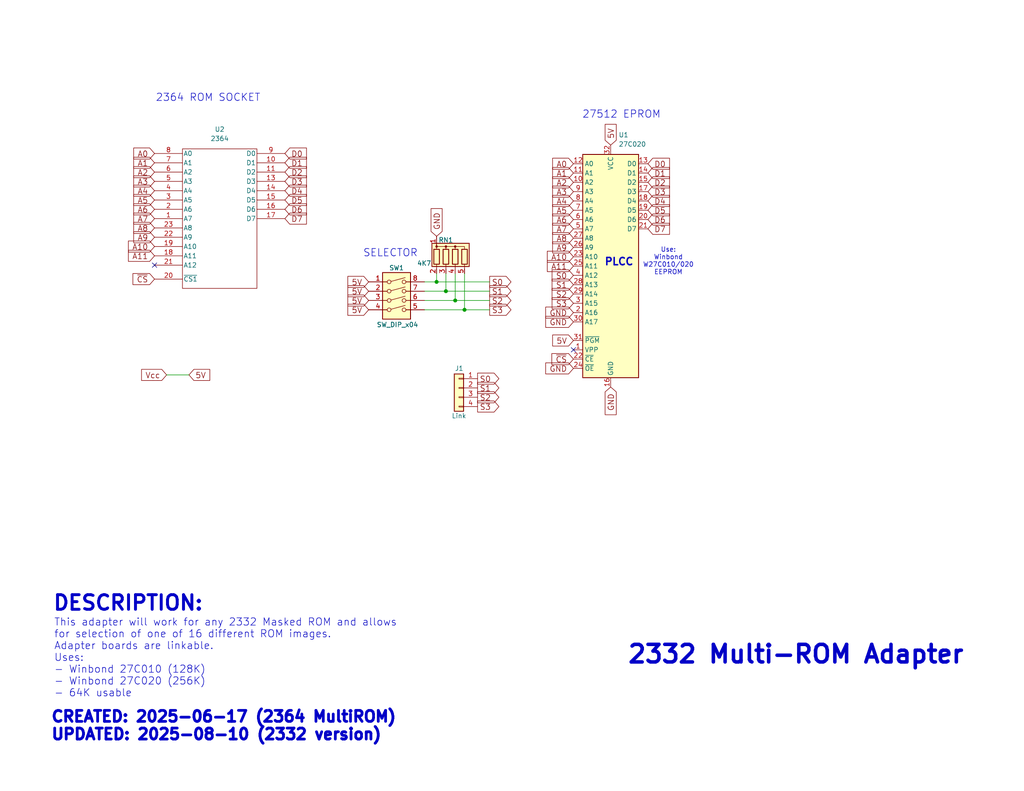
<source format=kicad_sch>
(kicad_sch (version 20250114) (generator "eeschema") (generator_version "9.0")
  (paper "USLetter")
  (title_block (title "2332 Multi-ROM Adapter (PLCC)") (date "2025-08-10") (rev "1.0") (company "Steve J. Gray"))
  (lib_symbols
    (symbol "Connector_Generic:Conn_01x04" (pin_names (offset 1.016) (hide yes))
      (property "Reference" "J" (at 0 5.08 0))
      (property "Value" "Conn_01x04" (at 0 -7.62 0))
      (symbol "Conn_01x04_1_1"
        (rectangle (start -1.27 3.81) (end 1.27 -6.35) (stroke (width 0.254)) (fill (type background)))
        (rectangle (start -1.27 2.667) (end 0 2.413) (stroke (width 0.1524)))
        (rectangle (start -1.27 0.127) (end 0 -0.127) (stroke (width 0.1524)))
        (rectangle (start -1.27 -2.413) (end 0 -2.667) (stroke (width 0.1524)))
        (rectangle (start -1.27 -4.953) (end 0 -5.207) (stroke (width 0.1524)))
        (pin passive line (at -5.08 2.54 0) (length 3.81) (name "Pin_1") (number "1"))
        (pin passive line (at -5.08 0 0) (length 3.81) (name "Pin_2") (number "2"))
        (pin passive line (at -5.08 -2.54 0) (length 3.81) (name "Pin_3") (number "3"))
        (pin passive line (at -5.08 -5.08 0) (length 3.81) (name "Pin_4") (number "4"))
      )
    )
    (symbol "Device:R_Network04" (pin_names (offset 0) (hide yes))
      (property "Reference" "RN" (at -7.62 0 90))
      (property "Value" "R_Network04" (at 5.08 0 90))
      (symbol "R_Network04_0_1"
        (rectangle (start -6.35 -3.175) (end 3.81 3.175) (stroke (width 0.254)) (fill (type background)))
        (rectangle (start -5.842 1.524) (end -4.318 -2.54) (stroke (width 0.254)))
        (circle (center -5.08 2.286) (radius 0.254) (fill (type outline)))
        (polyline (pts (xy -5.08 1.524) (xy -5.08 2.286) (xy -2.54 2.286) (xy -2.54 1.524)))
        (polyline (pts (xy -5.08 -2.54) (xy -5.08 -3.81)))
        (rectangle (start -3.302 1.524) (end -1.778 -2.54) (stroke (width 0.254)))
        (circle (center -2.54 2.286) (radius 0.254) (fill (type outline)))
        (polyline (pts (xy -2.54 1.524) (xy -2.54 2.286) (xy 0 2.286) (xy 0 1.524)))
        (polyline (pts (xy -2.54 -2.54) (xy -2.54 -3.81)))
        (rectangle (start -0.762 1.524) (end 0.762 -2.54) (stroke (width 0.254)))
        (circle (center 0 2.286) (radius 0.254) (fill (type outline)))
        (polyline (pts (xy 0 1.524) (xy 0 2.286) (xy 2.54 2.286) (xy 2.54 1.524)))
        (polyline (pts (xy 0 -2.54) (xy 0 -3.81)))
        (rectangle (start 1.778 1.524) (end 3.302 -2.54) (stroke (width 0.254)))
        (polyline (pts (xy 2.54 -2.54) (xy 2.54 -3.81)))
      )
      (symbol "R_Network04_1_1"
        (pin passive line (at -5.08 5.08 270) (length 2.54) (name "common") (number "1"))
        (pin passive line (at -5.08 -5.08 90) (length 1.27) (name "R1") (number "2"))
        (pin passive line (at -2.54 -5.08 90) (length 1.27) (name "R2") (number "3"))
        (pin passive line (at 0 -5.08 90) (length 1.27) (name "R3") (number "4"))
        (pin passive line (at 2.54 -5.08 90) (length 1.27) (name "R4") (number "5"))
      )
    )
    (symbol "Memory_EPROM:27C020"
      (property "Reference" "U" (at -7.62 31.75 0))
      (property "Value" "27C020" (at 2.54 -31.75 0))
      (symbol "27C020_1_1"
        (rectangle (start -7.62 30.48) (end 7.62 -30.48) (stroke (width 0.254)) (fill (type background)))
        (pin input line (at -10.16 27.94 0) (length 2.54) (name "A0") (number "12"))
        (pin input line (at -10.16 25.4 0) (length 2.54) (name "A1") (number "11"))
        (pin input line (at -10.16 22.86 0) (length 2.54) (name "A2") (number "10"))
        (pin input line (at -10.16 20.32 0) (length 2.54) (name "A3") (number "9"))
        (pin input line (at -10.16 17.78 0) (length 2.54) (name "A4") (number "8"))
        (pin input line (at -10.16 15.24 0) (length 2.54) (name "A5") (number "7"))
        (pin input line (at -10.16 12.7 0) (length 2.54) (name "A6") (number "6"))
        (pin input line (at -10.16 10.16 0) (length 2.54) (name "A7") (number "5"))
        (pin input line (at -10.16 7.62 0) (length 2.54) (name "A8") (number "27"))
        (pin input line (at -10.16 5.08 0) (length 2.54) (name "A9") (number "26"))
        (pin input line (at -10.16 2.54 0) (length 2.54) (name "A10") (number "23"))
        (pin input line (at -10.16 0 0) (length 2.54) (name "A11") (number "25"))
        (pin input line (at -10.16 -2.54 0) (length 2.54) (name "A12") (number "4"))
        (pin input line (at -10.16 -5.08 0) (length 2.54) (name "A13") (number "28"))
        (pin input line (at -10.16 -7.62 0) (length 2.54) (name "A14") (number "29"))
        (pin input line (at -10.16 -10.16 0) (length 2.54) (name "A15") (number "3"))
        (pin input line (at -10.16 -12.7 0) (length 2.54) (name "A16") (number "2"))
        (pin input line (at -10.16 -15.24 0) (length 2.54) (name "A17") (number "30"))
        (pin input line (at -10.16 -20.32 0) (length 2.54) (name "~{PGM}") (number "31"))
        (pin input line (at -10.16 -22.86 0) (length 2.54) (name "VPP") (number "1"))
        (pin input line (at -10.16 -25.4 0) (length 2.54) (name "~{CE}") (number "22"))
        (pin input line (at -10.16 -27.94 0) (length 2.54) (name "~{OE}") (number "24"))
        (pin power_in line (at 0 33.02 270) (length 2.54) (name "VCC") (number "32"))
        (pin power_in line (at 0 -33.02 90) (length 2.54) (name "GND") (number "16"))
        (pin tri_state line (at 10.16 27.94 180) (length 2.54) (name "D0") (number "13"))
        (pin tri_state line (at 10.16 25.4 180) (length 2.54) (name "D1") (number "14"))
        (pin tri_state line (at 10.16 22.86 180) (length 2.54) (name "D2") (number "15"))
        (pin tri_state line (at 10.16 20.32 180) (length 2.54) (name "D3") (number "17"))
        (pin tri_state line (at 10.16 17.78 180) (length 2.54) (name "D4") (number "18"))
        (pin tri_state line (at 10.16 15.24 180) (length 2.54) (name "D5") (number "19"))
        (pin tri_state line (at 10.16 12.7 180) (length 2.54) (name "D6") (number "20"))
        (pin tri_state line (at 10.16 10.16 180) (length 2.54) (name "D7") (number "21"))
      )
    )
    (symbol "Switch:SW_DIP_x04" (pin_names (offset 0) (hide yes))
      (property "Reference" "SW" (at 0 8.89 0))
      (property "Value" "SW_DIP_x04" (at 0 -6.35 0))
      (symbol "SW_DIP_x04_0_0"
        (circle (center -2.032 5.08) (radius 0.508))
        (circle (center -2.032 2.54) (radius 0.508))
        (circle (center -2.032 0) (radius 0.508))
        (circle (center -2.032 -2.54) (radius 0.508))
        (polyline (pts (xy -1.524 5.207) (xy 2.3622 6.2484)))
        (polyline (pts (xy -1.524 2.667) (xy 2.3622 3.7084)))
        (polyline (pts (xy -1.524 0.127) (xy 2.3622 1.1684)))
        (polyline (pts (xy -1.524 -2.3876) (xy 2.3622 -1.3462)))
        (circle (center 2.032 5.08) (radius 0.508))
        (circle (center 2.032 2.54) (radius 0.508))
        (circle (center 2.032 0) (radius 0.508))
        (circle (center 2.032 -2.54) (radius 0.508))
      )
      (symbol "SW_DIP_x04_0_1"
        (rectangle (start -3.81 7.62) (end 3.81 -5.08) (stroke (width 0.254)) (fill (type background)))
      )
      (symbol "SW_DIP_x04_1_1"
        (pin passive line (at -7.62 5.08 0) (length 5.08) (name "~") (number "1"))
        (pin passive line (at -7.62 2.54 0) (length 5.08) (name "~") (number "2"))
        (pin passive line (at -7.62 0 0) (length 5.08) (name "~") (number "3"))
        (pin passive line (at -7.62 -2.54 0) (length 5.08) (name "~") (number "4"))
        (pin passive line (at 7.62 5.08 180) (length 5.08) (name "~") (number "8"))
        (pin passive line (at 7.62 2.54 180) (length 5.08) (name "~") (number "7"))
        (pin passive line (at 7.62 0 180) (length 5.08) (name "~") (number "6"))
        (pin passive line (at 7.62 -2.54 180) (length 5.08) (name "~") (number "5"))
      )
    )
    (symbol "cbm-steve:2364" (pin_names (offset 0.254))
      (property "Reference" "U" (at 0 1.524 0))
      (property "Value" "2364" (at 0 -2.032 0))
      (symbol "2364_0_0"
        (pin power_in line (at 0 20.32 270) (length 1.27) (hide yes) (name "Vcc") (number "24"))
        (pin power_in line (at 0 -20.32 90) (length 1.27) (hide yes) (name "GND") (number "12"))
      )
      (symbol "2364_0_1"
        (rectangle (start -10.16 19.05) (end 10.16 -19.05))
      )
      (symbol "2364_1_1"
        (pin input line (at -17.78 17.78 0) (length 7.62) (name "A0") (number "8"))
        (pin input line (at -17.78 15.24 0) (length 7.62) (name "A1") (number "7"))
        (pin input line (at -17.78 12.7 0) (length 7.62) (name "A2") (number "6"))
        (pin input line (at -17.78 10.16 0) (length 7.62) (name "A3") (number "5"))
        (pin input line (at -17.78 7.62 0) (length 7.62) (name "A4") (number "4"))
        (pin input line (at -17.78 5.08 0) (length 7.62) (name "A5") (number "3"))
        (pin input line (at -17.78 2.54 0) (length 7.62) (name "A6") (number "2"))
        (pin input line (at -17.78 0 0) (length 7.62) (name "A7") (number "1"))
        (pin input line (at -17.78 -2.54 0) (length 7.62) (name "A8") (number "23"))
        (pin input line (at -17.78 -5.08 0) (length 7.62) (name "A9") (number "22"))
        (pin input line (at -17.78 -7.62 0) (length 7.62) (name "A10") (number "19"))
        (pin input line (at -17.78 -10.16 0) (length 7.62) (name "A11") (number "18"))
        (pin input line (at -17.78 -12.7 0) (length 7.62) (name "A12") (number "21"))
        (pin input line (at -17.78 -16.51 0) (length 7.62) (name "~{CS1}") (number "20"))
        (pin output line (at 17.78 17.78 180) (length 7.62) (name "D0") (number "9"))
        (pin output line (at 17.78 15.24 180) (length 7.62) (name "D1") (number "10"))
        (pin output line (at 17.78 12.7 180) (length 7.62) (name "D2") (number "11"))
        (pin output line (at 17.78 10.16 180) (length 7.62) (name "D3") (number "13"))
        (pin output line (at 17.78 7.62 180) (length 7.62) (name "D4") (number "14"))
        (pin output line (at 17.78 5.08 180) (length 7.62) (name "D5") (number "15"))
        (pin tri_state line (at 17.78 2.54 180) (length 7.62) (name "D6") (number "16"))
        (pin tri_state line (at 17.78 0 180) (length 7.62) (name "D7") (number "17"))
      )
    )
  )
  (text "CREATED: 2025-06-17 (2364 MultiROM)\nUPDATED: 2025-08-10 (2332 version)" (at 13.716 202.438 0) (effects (font (size 3 3) (thickness 0.7976) (bold yes)) (justify left bottom)))
  (text "This adapter will work for any 2332 Masked ROM and allows\nfor selection of one of 16 different ROM images.\nAdapter boards are linkable.\nUses:\n- Winbond 27C010 (128K) \n- Winbond 27C020 (256K)\n- 64K usable\n" (at 14.732 190.5 0) (effects (font (size 2 2)) (justify left bottom)))
  (text "2364 ROM SOCKET" (at 71.12 27.94 0) (effects (font (size 2.0066 2.0066)) (justify right bottom)))
  (text "PLCC" (at 168.91 71.628 0) (effects (font (size 2 2) (thickness 0.4) (bold yes))))
  (text "Use:\nWinbond\nW27C010/020\nEEPROM" (at 182.372 71.374 0) (effects (font (size 1.27 1.27))))
  (text "27512 EPROM" (at 180.34 32.512 0) (effects (font (size 2.0066 2.0066)) (justify right bottom)))
  (text "SELECTOR" (at 114.046 70.358 0) (effects (font (size 2.0066 2.0066)) (justify right bottom)))
  (text "DESCRIPTION:" (at 14.224 167.132 0) (effects (font (size 3.9878 3.9878) (thickness 0.7976) (bold yes)) (justify left bottom)))
  (text "2332 Multi-ROM Adapter" (at 263.398 181.61 0) (effects (font (size 4.8006 4.8006) (thickness 0.9601) (bold yes)) (justify right bottom)))
  (junction (at 126.746 84.582))
  (junction (at 124.206 82.042))
  (junction (at 119.126 76.962))
  (junction (at 121.666 79.502))
  (no_connect (at 42.164 72.39))
  (no_connect (at -6.858 48.26))
  (no_connect (at 156.464 95.504))
  (wire (pts (xy 115.824 84.582) (xy 126.746 84.582)))
  (wire (pts (xy 124.206 74.676) (xy 124.206 82.042)))
  (wire (pts (xy 121.666 79.502) (xy 133.604 79.502)))
  (wire (pts (xy 126.746 84.582) (xy 133.604 84.582)))
  (wire (pts (xy 45.466 102.362) (xy 51.562 102.362)))
  (wire (pts (xy 115.824 76.962) (xy 119.126 76.962)))
  (wire (pts (xy 124.206 82.042) (xy 133.604 82.042)))
  (wire (pts (xy 121.666 74.676) (xy 121.666 79.502)))
  (wire (pts (xy 119.126 74.676) (xy 119.126 76.962)))
  (wire (pts (xy 126.746 74.676) (xy 126.746 84.582)))
  (wire (pts (xy 115.824 79.502) (xy 121.666 79.502)))
  (wire (pts (xy 115.824 82.042) (xy 124.206 82.042)))
  (wire (pts (xy 119.126 76.962) (xy 133.604 76.962)))
  (global_label "D5" (shape input) (at 77.724 54.61 0) (effects (font (size 1.524 1.524))) (property "Intersheetrefs" "${INTERSHEET_REFS}" (effects (hide yes))))
  (global_label "A3" (shape input) (at 156.464 52.324 180) (effects (font (size 1.524 1.524))) (property "Intersheetrefs" "${INTERSHEET_REFS}" (effects (hide yes))))
  (global_label "A11" (shape input) (at 156.464 72.644 180) (effects (font (size 1.524 1.524))) (property "Intersheetrefs" "${INTERSHEET_REFS}" (effects (hide yes))))
  (global_label "A8" (shape input) (at 156.464 65.024 180) (effects (font (size 1.524 1.524))) (property "Intersheetrefs" "${INTERSHEET_REFS}" (effects (hide yes))))
  (global_label "S1" (shape input) (at 156.464 77.724 180) (effects (font (size 1.524 1.524))) (property "Intersheetrefs" "${INTERSHEET_REFS}" (effects (hide yes))))
  (global_label "A2" (shape input) (at 42.164 46.99 180) (effects (font (size 1.524 1.524))) (property "Intersheetrefs" "${INTERSHEET_REFS}" (effects (hide yes))))
  (global_label "5V" (shape input) (at 100.584 84.582 180) (effects (font (size 1.524 1.524))) (property "Intersheetrefs" "${INTERSHEET_REFS}" (effects (hide yes))))
  (global_label "D1" (shape input) (at 176.784 47.244 0) (effects (font (size 1.524 1.524))) (property "Intersheetrefs" "${INTERSHEET_REFS}" (effects (hide yes))))
  (global_label "A4" (shape input) (at 156.464 54.864 180) (effects (font (size 1.524 1.524))) (property "Intersheetrefs" "${INTERSHEET_REFS}" (effects (hide yes))))
  (global_label "GND" (shape input) (at 166.624 105.664 270) (effects (font (size 1.524 1.524))) (property "Intersheetrefs" "${INTERSHEET_REFS}" (effects (hide yes))))
  (global_label "D6" (shape input) (at 176.784 59.944 0) (effects (font (size 1.524 1.524))) (property "Intersheetrefs" "${INTERSHEET_REFS}" (effects (hide yes))))
  (global_label "D5" (shape input) (at 176.784 57.404 0) (effects (font (size 1.524 1.524))) (property "Intersheetrefs" "${INTERSHEET_REFS}" (effects (hide yes))))
  (global_label "D2" (shape input) (at 176.784 49.784 0) (effects (font (size 1.524 1.524))) (property "Intersheetrefs" "${INTERSHEET_REFS}" (effects (hide yes))))
  (global_label "5V" (shape input) (at 100.584 82.042 180) (effects (font (size 1.524 1.524))) (property "Intersheetrefs" "${INTERSHEET_REFS}" (effects (hide yes))))
  (global_label "A0" (shape input) (at 156.464 44.704 180) (effects (font (size 1.524 1.524))) (property "Intersheetrefs" "${INTERSHEET_REFS}" (effects (hide yes))))
  (global_label "D3" (shape input) (at 176.784 52.324 0) (effects (font (size 1.524 1.524))) (property "Intersheetrefs" "${INTERSHEET_REFS}" (effects (hide yes))))
  (global_label "5V" (shape input) (at 51.562 102.362 0) (effects (font (size 1.524 1.524))) (property "Intersheetrefs" "${INTERSHEET_REFS}" (effects (hide yes))))
  (global_label "GND" (shape input) (at 156.464 85.344 180) (effects (font (size 1.524 1.524))) (property "Intersheetrefs" "${INTERSHEET_REFS}" (effects (hide yes))))
  (global_label "S3" (shape output) (at 133.604 84.582 0) (effects (font (size 1.524 1.524))) (property "Intersheetrefs" "${INTERSHEET_REFS}" (effects (hide yes))))
  (global_label "A1" (shape input) (at 156.464 47.244 180) (effects (font (size 1.524 1.524))) (property "Intersheetrefs" "${INTERSHEET_REFS}" (effects (hide yes))))
  (global_label "D2" (shape input) (at 77.724 46.99 0) (effects (font (size 1.524 1.524))) (property "Intersheetrefs" "${INTERSHEET_REFS}" (effects (hide yes))))
  (global_label "S1" (shape output) (at 133.604 79.502 0) (effects (font (size 1.524 1.524))) (property "Intersheetrefs" "${INTERSHEET_REFS}" (effects (hide yes))))
  (global_label "S2" (shape output) (at 133.604 82.042 0) (effects (font (size 1.524 1.524))) (property "Intersheetrefs" "${INTERSHEET_REFS}" (effects (hide yes))))
  (global_label "S0" (shape output) (at 133.604 76.962 0) (effects (font (size 1.524 1.524))) (property "Intersheetrefs" "${INTERSHEET_REFS}" (effects (hide yes))))
  (global_label "D4" (shape input) (at 176.784 54.864 0) (effects (font (size 1.524 1.524))) (property "Intersheetrefs" "${INTERSHEET_REFS}" (effects (hide yes))))
  (global_label "A7" (shape input) (at 42.164 59.69 180) (effects (font (size 1.524 1.524))) (property "Intersheetrefs" "${INTERSHEET_REFS}" (effects (hide yes))))
  (global_label "D0" (shape input) (at 77.724 41.91 0) (effects (font (size 1.524 1.524))) (property "Intersheetrefs" "${INTERSHEET_REFS}" (effects (hide yes))))
  (global_label "D1" (shape input) (at 77.724 44.45 0) (effects (font (size 1.524 1.524))) (property "Intersheetrefs" "${INTERSHEET_REFS}" (effects (hide yes))))
  (global_label "A10" (shape input) (at 42.164 67.31 180) (effects (font (size 1.524 1.524))) (property "Intersheetrefs" "${INTERSHEET_REFS}" (effects (hide yes))))
  (global_label "D7" (shape input) (at 176.784 62.484 0) (effects (font (size 1.524 1.524))) (property "Intersheetrefs" "${INTERSHEET_REFS}" (effects (hide yes))))
  (global_label "S0" (shape input) (at 156.464 75.184 180) (effects (font (size 1.524 1.524))) (property "Intersheetrefs" "${INTERSHEET_REFS}" (effects (hide yes))))
  (global_label "S3" (shape input) (at 156.464 82.804 180) (effects (font (size 1.524 1.524))) (property "Intersheetrefs" "${INTERSHEET_REFS}" (effects (hide yes))))
  (global_label "A5" (shape input) (at 156.464 57.404 180) (effects (font (size 1.524 1.524))) (property "Intersheetrefs" "${INTERSHEET_REFS}" (effects (hide yes))))
  (global_label "D7" (shape input) (at 77.724 59.69 0) (effects (font (size 1.524 1.524))) (property "Intersheetrefs" "${INTERSHEET_REFS}" (effects (hide yes))))
  (global_label "A2" (shape input) (at 156.464 49.784 180) (effects (font (size 1.524 1.524))) (property "Intersheetrefs" "${INTERSHEET_REFS}" (effects (hide yes))))
  (global_label "S1" (shape output) (at 130.302 105.918 0) (effects (font (size 1.524 1.524))) (property "Intersheetrefs" "${INTERSHEET_REFS}" (effects (hide yes))))
  (global_label "A8" (shape input) (at 42.164 62.23 180) (effects (font (size 1.524 1.524))) (property "Intersheetrefs" "${INTERSHEET_REFS}" (effects (hide yes))))
  (global_label "A6" (shape input) (at 42.164 57.15 180) (effects (font (size 1.524 1.524))) (property "Intersheetrefs" "${INTERSHEET_REFS}" (effects (hide yes))))
  (global_label "A7" (shape input) (at 156.464 62.484 180) (effects (font (size 1.524 1.524))) (property "Intersheetrefs" "${INTERSHEET_REFS}" (effects (hide yes))))
  (global_label "Vcc" (shape input) (at 45.466 102.362 180) (effects (font (size 1.524 1.524))) (property "Intersheetrefs" "${INTERSHEET_REFS}" (effects (hide yes))))
  (global_label "5V" (shape input) (at 100.584 76.962 180) (effects (font (size 1.524 1.524))) (property "Intersheetrefs" "${INTERSHEET_REFS}" (effects (hide yes))))
  (global_label "A1" (shape input) (at 42.164 44.45 180) (effects (font (size 1.524 1.524))) (property "Intersheetrefs" "${INTERSHEET_REFS}" (effects (hide yes))))
  (global_label "D0" (shape input) (at 176.784 44.704 0) (effects (font (size 1.524 1.524))) (property "Intersheetrefs" "${INTERSHEET_REFS}" (effects (hide yes))))
  (global_label "GND" (shape input) (at 156.464 87.884 180) (effects (font (size 1.524 1.524))) (property "Intersheetrefs" "${INTERSHEET_REFS}" (effects (hide yes))))
  (global_label "A9" (shape input) (at 156.464 67.564 180) (effects (font (size 1.524 1.524))) (property "Intersheetrefs" "${INTERSHEET_REFS}" (effects (hide yes))))
  (global_label "S3" (shape output) (at 130.302 110.998 0) (effects (font (size 1.524 1.524))) (property "Intersheetrefs" "${INTERSHEET_REFS}" (effects (hide yes))))
  (global_label "S2" (shape output) (at 130.302 108.458 0) (effects (font (size 1.524 1.524))) (property "Intersheetrefs" "${INTERSHEET_REFS}" (effects (hide yes))))
  (global_label "D6" (shape input) (at 77.724 57.15 0) (effects (font (size 1.524 1.524))) (property "Intersheetrefs" "${INTERSHEET_REFS}" (effects (hide yes))))
  (global_label "5V" (shape input) (at 156.464 92.964 180) (effects (font (size 1.524 1.524))) (property "Intersheetrefs" "${INTERSHEET_REFS}" (effects (hide yes))))
  (global_label "GND" (shape input) (at 156.464 100.584 180) (effects (font (size 1.524 1.524))) (property "Intersheetrefs" "${INTERSHEET_REFS}" (effects (hide yes))))
  (global_label "~{CS}" (shape input) (at 156.464 98.044 180) (effects (font (size 1.524 1.524))) (property "Intersheetrefs" "${INTERSHEET_REFS}" (effects (hide yes))))
  (global_label "~{CS}" (shape input) (at 42.164 76.2 180) (effects (font (size 1.524 1.524))) (property "Intersheetrefs" "${INTERSHEET_REFS}" (effects (hide yes))))
  (global_label "GND" (shape input) (at 119.126 64.516 90) (effects (font (size 1.524 1.524))) (property "Intersheetrefs" "${INTERSHEET_REFS}" (effects (hide yes))))
  (global_label "A0" (shape input) (at 42.164 41.91 180) (effects (font (size 1.524 1.524))) (property "Intersheetrefs" "${INTERSHEET_REFS}" (effects (hide yes))))
  (global_label "D3" (shape input) (at 77.724 49.53 0) (effects (font (size 1.524 1.524))) (property "Intersheetrefs" "${INTERSHEET_REFS}" (effects (hide yes))))
  (global_label "A5" (shape input) (at 42.164 54.61 180) (effects (font (size 1.524 1.524))) (property "Intersheetrefs" "${INTERSHEET_REFS}" (effects (hide yes))))
  (global_label "5V" (shape input) (at 100.584 79.502 180) (effects (font (size 1.524 1.524))) (property "Intersheetrefs" "${INTERSHEET_REFS}" (effects (hide yes))))
  (global_label "D4" (shape input) (at 77.724 52.07 0) (effects (font (size 1.524 1.524))) (property "Intersheetrefs" "${INTERSHEET_REFS}" (effects (hide yes))))
  (global_label "A11" (shape input) (at 42.164 69.85 180) (effects (font (size 1.524 1.524))) (property "Intersheetrefs" "${INTERSHEET_REFS}" (effects (hide yes))))
  (global_label "5V" (shape input) (at 166.624 39.624 90) (effects (font (size 1.524 1.524))) (property "Intersheetrefs" "${INTERSHEET_REFS}" (effects (hide yes))))
  (global_label "S2" (shape input) (at 156.464 80.264 180) (effects (font (size 1.524 1.524))) (property "Intersheetrefs" "${INTERSHEET_REFS}" (effects (hide yes))))
  (global_label "A10" (shape input) (at 156.464 70.104 180) (effects (font (size 1.524 1.524))) (property "Intersheetrefs" "${INTERSHEET_REFS}" (effects (hide yes))))
  (global_label "A9" (shape input) (at 42.164 64.77 180) (effects (font (size 1.524 1.524))) (property "Intersheetrefs" "${INTERSHEET_REFS}" (effects (hide yes))))
  (global_label "A4" (shape input) (at 42.164 52.07 180) (effects (font (size 1.524 1.524))) (property "Intersheetrefs" "${INTERSHEET_REFS}" (effects (hide yes))))
  (global_label "S0" (shape output) (at 130.302 103.378 0) (effects (font (size 1.524 1.524))) (property "Intersheetrefs" "${INTERSHEET_REFS}" (effects (hide yes))))
  (global_label "A6" (shape input) (at 156.464 59.944 180) (effects (font (size 1.524 1.524))) (property "Intersheetrefs" "${INTERSHEET_REFS}" (effects (hide yes))))
  (global_label "A3" (shape input) (at 42.164 49.53 180) (effects (font (size 1.524 1.524))) (property "Intersheetrefs" "${INTERSHEET_REFS}" (effects (hide yes))))
  (symbol (lib_id "cbm-steve:2364") (at 59.944 59.69 0) (unit 1)
    (property "Reference" "U2" (at 59.944 35.306 0))
    (property "Value" "2364" (at 59.944 37.846 0))
    (property "Footprint" "Package_DIP:DIP-24_W15.24mm_Socket" (effects (hide yes)))
  )
  (symbol (lib_id "Memory_EPROM:27C020") (at 166.624 72.644 0) (unit 1)
    (property "Reference" "U1" (at 168.7673 36.83 0) (effects (justify left)))
    (property "Value" "27C020" (at 168.7673 39.37 0) (effects (justify left)))
    (property "Footprint" "Package_LCC:PLCC-32_THT-Socket" (effects (hide yes)))
    (property "Datasheet" "http://ww1.microchip.com/downloads/en/devicedoc/doc0570.pdf" (effects (hide yes)))
  )
  (symbol (lib_id "Device:R_Network04") (at 124.206 69.596 0) (unit 1)
    (property "Reference" "RN1" (at 119.634 65.532 0) (effects (justify left)))
    (property "Value" "4K7" (at 113.792 71.882 0) (effects (justify left)))
    (property "Footprint" "Resistor_THT:R_Array_SIP5" (effects (hide yes)))
    (property "Datasheet" "http://www.vishay.com/docs/31509/csc.pdf" (effects (hide yes)))
    (property "Description" "4 resistor network, star topology, bussed resistors, small symbol" (effects (hide yes)))
  )
  (symbol (lib_id "Connector_Generic:Conn_01x04") (at 125.222 105.918 0) (mirror y) (unit 1)
    (property "Reference" "J1" (at 126.492 100.584 0) (effects (justify left)))
    (property "Value" "Link" (at 127.254 113.538 0) (effects (justify left)))
    (property "Footprint" "Connector_PinHeader_2.54mm:PinHeader_1x04_P2.54mm_Vertical" (effects (hide yes)))
    (property "Description" "Generic connector, single row, 01x04, script generated (kicad-library-utils/schlib/autogen/connector/)" (effects (hide yes)))
  )
  (symbol (lib_id "Switch:SW_DIP_x04") (at 108.204 82.042 0) (unit 1)
    (property "Reference" "SW1" (at 108.204 73.152 0))
    (property "Value" "SW_DIP_x04" (at 108.458 88.646 0))
    (property "Footprint" "Button_Switch_THT:SW_DIP_SPSTx04_Slide_6.7x11.72mm_W7.62mm_P2.54mm_LowProfile" (effects (hide yes)))
    (property "Description" "4x DIP Switch, Single Pole Single Throw (SPST) switch, small symbol" (effects (hide yes)))
  )
)
</source>
